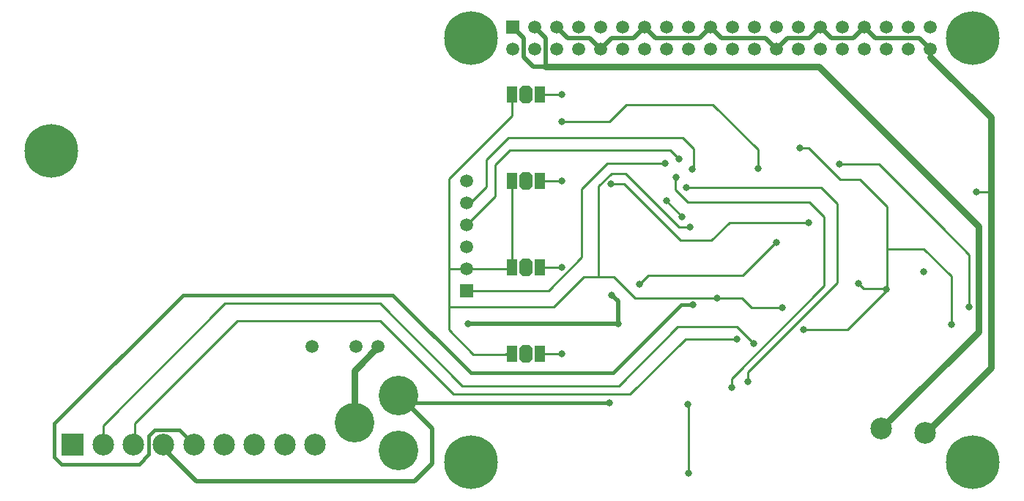
<source format=gbl>
%FSTAX24Y24*%
%MOIN*%
G70*
G01*
G75*
G04 Layer_Physical_Order=2*
G04 Layer_Color=16711680*
%ADD10R,0.1004X0.0374*%
%ADD11R,0.1004X0.1299*%
%ADD12R,0.0433X0.0453*%
%ADD13R,0.0472X0.0256*%
%ADD14R,0.0374X0.0315*%
%ADD15R,0.0315X0.0374*%
%ADD16R,0.0807X0.0157*%
%ADD17O,0.0866X0.0236*%
%ADD18R,0.0866X0.0236*%
%ADD19C,0.0200*%
%ADD20C,0.0150*%
%ADD21C,0.0100*%
%ADD22C,0.0300*%
%ADD23C,0.0039*%
%ADD24C,0.0591*%
%ADD25C,0.0984*%
%ADD26R,0.0984X0.0984*%
%ADD27C,0.1800*%
%ADD28R,0.0591X0.0591*%
%ADD29R,0.0591X0.0591*%
G04:AMPARAMS|DCode=30|XSize=78.7mil|YSize=60mil|CornerRadius=0mil|HoleSize=0mil|Usage=FLASHONLY|Rotation=270.000|XOffset=0mil|YOffset=0mil|HoleType=Round|Shape=Octagon|*
%AMOCTAGOND30*
4,1,8,-0.0150,-0.0394,0.0150,-0.0394,0.0300,-0.0244,0.0300,0.0244,0.0150,0.0394,-0.0150,0.0394,-0.0300,0.0244,-0.0300,-0.0244,-0.0150,-0.0394,0.0*
%
%ADD30OCTAGOND30*%

%ADD31C,0.0320*%
%ADD32C,0.2441*%
%ADD33R,0.0472X0.0728*%
D19*
X063388Y06693D02*
X07332D01*
X061902Y068416D02*
X063388Y06693D01*
X061902Y068416D02*
Y068565D01*
X07332Y06693D02*
X074106Y067717D01*
X075743Y074077D02*
X082571D01*
X072944Y070472D02*
X074106Y06931D01*
Y067717D02*
Y06931D01*
X078795Y087569D02*
X079291Y087074D01*
Y085769D02*
Y087074D01*
X077795Y087569D02*
X078291Y087074D01*
Y086207D02*
Y087074D01*
X093795Y087569D02*
X094295Y087069D01*
X096295D01*
X096795Y086569D01*
X091795Y087569D02*
X092295Y087069D01*
X093295D01*
X093795Y087569D01*
X089795Y086569D02*
X090295Y087069D01*
X091295D01*
X091795Y087569D01*
X086795D02*
X087295Y087069D01*
X089295D01*
X089795Y086569D01*
X083795Y087569D02*
X084295Y087069D01*
X086295D01*
X086795Y087569D01*
X081795Y086569D02*
X082295Y087069D01*
X083295D01*
X083795Y087569D01*
X079795D02*
X080295Y087069D01*
X081295D01*
X081795Y086569D01*
X078291Y086207D02*
X078728Y085769D01*
X079291D01*
X0823Y075377D02*
X082571Y075106D01*
Y074077D02*
Y075106D01*
D20*
X062772Y075394D02*
X072335D01*
X056918Y06954D02*
X062772Y075394D01*
X056918Y06803D02*
Y06954D01*
Y06803D02*
X057258Y06769D01*
X060778D02*
X061234Y068146D01*
X057258Y06769D02*
X060778D01*
X061234Y068146D02*
Y068976D01*
X06149Y069232D01*
X062612D01*
X072944Y070472D02*
X082177D01*
X072597Y070819D02*
X072944Y070472D01*
X082353Y07185D02*
X08545Y074947D01*
X075878Y07185D02*
X082353D01*
X072335Y075394D02*
X075878Y07185D01*
X062612Y069232D02*
X06328Y068565D01*
X08545Y074947D02*
X086D01*
D21*
X093032Y073819D02*
X09483Y075617D01*
X093768Y075669D02*
X09483D01*
X075488Y07126D02*
X082613D01*
X071748Y075D02*
X075488Y07126D01*
X064698Y075D02*
X071748D01*
X065251Y074213D02*
X071744D01*
X060588Y06955D02*
X065251Y074213D01*
X060588Y06863D02*
Y06955D01*
X059146Y069448D02*
X064698Y075D01*
X059146Y068565D02*
Y069448D01*
X085748Y07037D02*
Y0704D01*
Y07037D02*
X085758Y07036D01*
Y07049D01*
X085788Y07052D01*
Y06727D02*
Y07052D01*
X060524Y068565D02*
X060588Y06863D01*
X091035Y073819D02*
X093032D01*
X0948Y075647D02*
X09483Y075617D01*
X080012Y083268D02*
X082177D01*
X082965Y084055D01*
X086902D01*
X08895Y082007D01*
Y081147D02*
Y082007D01*
X08821Y075247D02*
X088654Y074803D01*
X090051D01*
X083125Y070866D02*
X085656Y073397D01*
X075091Y070866D02*
X083125D01*
X071744Y074213D02*
X075091Y070866D01*
X082613Y07126D02*
X0853Y073947D01*
X079008Y072699D02*
X080012D01*
X080012Y072699D01*
X079244Y076636D02*
X080012D01*
X080012Y076636D01*
X079008Y080573D02*
X080012D01*
X080012Y080573D01*
X079008Y08451D02*
X080012D01*
X080012Y08451D01*
X08225Y080447D02*
X08285D01*
X08765Y078697D02*
X09125D01*
X07764Y081987D02*
X08496D01*
X08596Y081107D02*
X08601Y081157D01*
Y082057D01*
X075681Y079591D02*
X075843D01*
X08209Y081377D02*
X08473D01*
X075681Y075591D02*
X079405D01*
X077468Y072699D02*
X077748D01*
X091284Y079607D02*
X091952Y078939D01*
X096795Y086222D02*
Y086569D01*
X08974Y077767D02*
X08977D01*
X092646Y081331D02*
X094446D01*
X097275Y078502D01*
X085352Y078487D02*
X08586D01*
X082912Y080927D02*
X085352Y078487D01*
X082292Y080927D02*
X082912D01*
X0817Y080336D02*
X082292Y080927D01*
X09084Y082067D02*
X09126D01*
X09268Y080647D01*
X08356Y075897D02*
X08395Y076287D01*
X08826D01*
X08974Y077767D01*
X07758Y082547D02*
X08552D01*
X08601Y082057D01*
X085205Y080747D02*
X08531D01*
X09775Y074047D02*
Y076247D01*
X0965Y077497D02*
X09775Y076247D01*
X09483Y077497D02*
X0965D01*
X09855Y074847D02*
Y077227D01*
X097275Y078502D02*
X09855Y077227D01*
X08496Y081987D02*
X08535Y081597D01*
X0853Y073947D02*
X088D01*
X08875Y073197D01*
X08775Y071197D02*
Y071597D01*
X091952Y075799D01*
Y078939D01*
X09256Y075957D02*
Y079547D01*
X0885Y071447D02*
Y071897D01*
X09256Y075957D01*
X087109Y075247D02*
X08821D01*
X087098Y075258D02*
X087109Y075247D01*
X07489Y073807D02*
X076Y072697D01*
X077746D01*
X077748Y072699D01*
X07489Y073807D02*
Y074841D01*
X077748Y076636D02*
X077748Y076636D01*
X077748Y076636D02*
Y080573D01*
X07489Y080681D02*
X077748Y083539D01*
Y08451D01*
X074919Y076591D02*
X075681D01*
X07489Y076619D02*
Y080681D01*
Y076619D02*
X074919Y076591D01*
X075681D02*
X077702D01*
X077748Y076636D01*
X085178Y080615D02*
X08531Y080747D01*
X085178Y080169D02*
Y080615D01*
Y080169D02*
X08574Y079607D01*
X091284D01*
X0857Y080297D02*
X09181D01*
X09256Y079547D01*
X09268Y080647D02*
X0936D01*
X09483Y079417D01*
Y077497D02*
Y079417D01*
X09351Y075927D02*
X093768Y075669D01*
X09483D02*
Y077497D01*
X098878Y080069D02*
X09955D01*
X079405Y075591D02*
X080928Y077114D01*
Y080215D01*
X08209Y081377D01*
X0817Y076247D02*
Y080336D01*
X07965Y074841D02*
X081028Y076219D01*
X0817Y076247D02*
X081728Y076219D01*
X081028D02*
X081728D01*
X07489Y074841D02*
Y076619D01*
Y074841D02*
X07965D01*
X084778Y079669D02*
X0855Y078947D01*
X08285Y080447D02*
X085428Y077869D01*
X086822D01*
X08765Y078697D01*
X075681Y078591D02*
X076978Y079887D01*
Y081325D01*
X07764Y081987D01*
X075843Y079591D02*
X076578Y080325D01*
Y081545D01*
X07758Y082547D01*
X081728Y076219D02*
X082378D01*
X083339Y075258D01*
X087098D01*
X085656Y073397D02*
X088D01*
D22*
X098978Y073709D02*
Y078519D01*
X094933Y069664D02*
X098978Y073709D01*
X09955Y072097D02*
Y080069D01*
X096646Y069193D02*
X09955Y072097D01*
X070597Y069569D02*
Y071959D01*
X071669Y073032D01*
X096795Y086222D02*
X09955Y083467D01*
X079291Y085769D02*
X091728D01*
X098978Y078519D01*
X09955Y080069D02*
Y083467D01*
D24*
X071669Y073032D02*
D03*
X070669D02*
D03*
X068669D02*
D03*
X077795Y086569D02*
D03*
X078795Y087569D02*
D03*
Y086569D02*
D03*
X079795Y087569D02*
D03*
Y086569D02*
D03*
X080795Y087569D02*
D03*
Y086569D02*
D03*
X081795Y087569D02*
D03*
Y086569D02*
D03*
X082795Y087569D02*
D03*
Y086569D02*
D03*
X083795Y087569D02*
D03*
Y086569D02*
D03*
X084795Y087569D02*
D03*
Y086569D02*
D03*
X085795Y087569D02*
D03*
Y086569D02*
D03*
X086795Y087569D02*
D03*
Y086569D02*
D03*
X087795Y087569D02*
D03*
Y086569D02*
D03*
X088795Y087569D02*
D03*
Y086569D02*
D03*
X089795Y087569D02*
D03*
Y086569D02*
D03*
X090795Y087569D02*
D03*
Y086569D02*
D03*
X091795Y087569D02*
D03*
Y086569D02*
D03*
X092795Y087569D02*
D03*
Y086569D02*
D03*
X093795Y087569D02*
D03*
Y086569D02*
D03*
X094795Y087569D02*
D03*
Y086569D02*
D03*
X095795Y087569D02*
D03*
Y086569D02*
D03*
X096795Y087569D02*
D03*
Y086569D02*
D03*
X075681Y080591D02*
D03*
Y079591D02*
D03*
Y078591D02*
D03*
Y077591D02*
D03*
Y076591D02*
D03*
D25*
X059146Y068565D02*
D03*
X061902D02*
D03*
X064657D02*
D03*
X066035D02*
D03*
X060524D02*
D03*
X067413D02*
D03*
X06328D02*
D03*
X068791D02*
D03*
X094569Y069301D02*
D03*
X096538Y069104D02*
D03*
D26*
X057768Y068565D02*
D03*
D27*
X072597Y070819D02*
D03*
Y068319D02*
D03*
X070597Y069569D02*
D03*
D28*
X077795Y087569D02*
D03*
D29*
X075681Y075591D02*
D03*
D30*
X078378Y072699D02*
D03*
X078378Y076636D02*
D03*
X078378Y080573D02*
D03*
Y08451D02*
D03*
D31*
X085748Y0704D02*
D03*
X085788Y06727D02*
D03*
X091035Y073819D02*
D03*
X075743Y074077D02*
D03*
X080012Y083268D02*
D03*
X090051Y074803D02*
D03*
X082177Y070472D02*
D03*
X080012Y072699D02*
D03*
X080012Y076636D02*
D03*
Y080573D02*
D03*
X080012Y08451D02*
D03*
X082571Y074077D02*
D03*
X08875Y073197D02*
D03*
X088Y073397D02*
D03*
X0965Y076447D02*
D03*
X0855Y078947D02*
D03*
X08225Y080447D02*
D03*
X09125Y078697D02*
D03*
X08473Y081377D02*
D03*
X08596Y081107D02*
D03*
X08775Y071197D02*
D03*
X0885Y071447D02*
D03*
X084778Y079669D02*
D03*
X086Y074947D02*
D03*
X08356Y075897D02*
D03*
X08977Y077767D02*
D03*
X087098Y075258D02*
D03*
X0948Y075647D02*
D03*
X09351Y075927D02*
D03*
X092646Y081331D02*
D03*
X09855Y074847D02*
D03*
X08586Y078487D02*
D03*
X09084Y082067D02*
D03*
X0823Y075377D02*
D03*
X08895Y081147D02*
D03*
X08535Y081597D02*
D03*
X085205Y080747D02*
D03*
X0857Y080297D02*
D03*
X09775Y074047D02*
D03*
X098878Y080069D02*
D03*
D32*
X056783Y081951D02*
D03*
X075878Y087069D02*
D03*
X098713Y067778D02*
D03*
X075878D02*
D03*
X098713Y087069D02*
D03*
D33*
X079008Y072699D02*
D03*
X077748D02*
D03*
X079008Y076636D02*
D03*
X077748D02*
D03*
X079008Y080573D02*
D03*
X077748D02*
D03*
X079008Y08451D02*
D03*
X077748D02*
D03*
M02*

</source>
